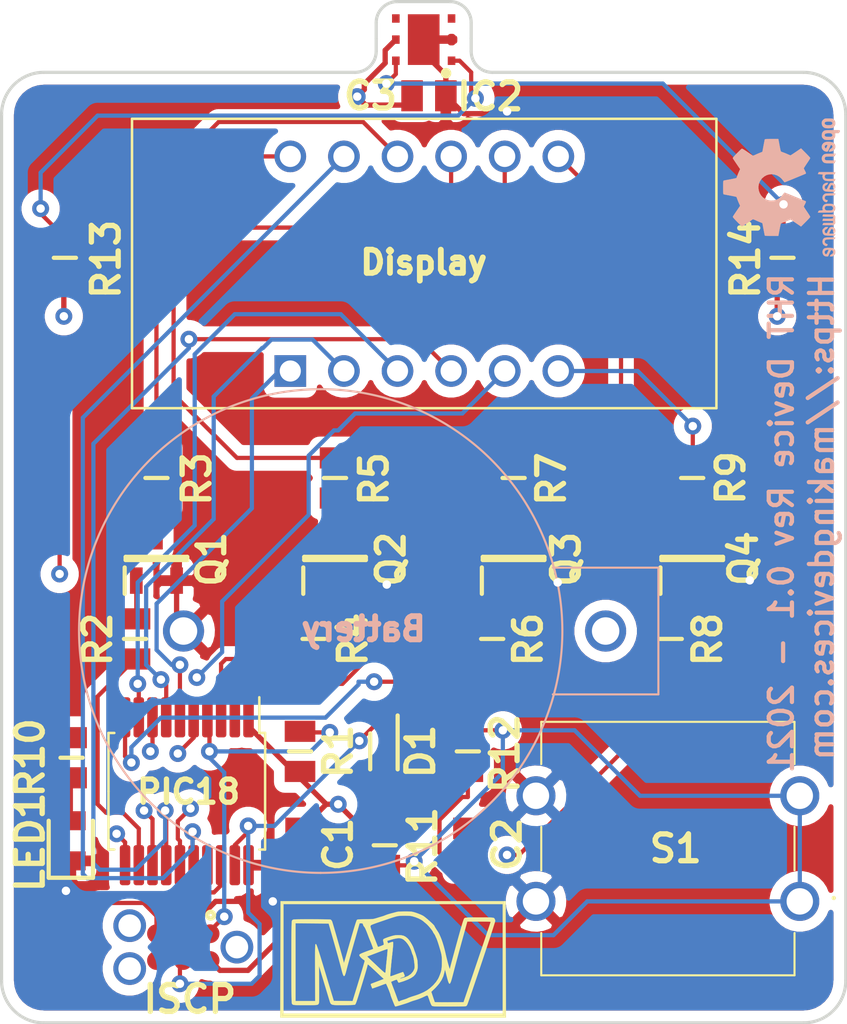
<source format=kicad_pcb>
(kicad_pcb (version 20171130) (host pcbnew "(5.1.10)-1")
  (layers (0 F.Cu signal hide) (1 In1.Cu power hide) (2 In2.Cu power hide) (31 B.Cu signal hide) (34 B.Paste user) (35 F.Paste user) (36 B.SilkS user) (37 F.SilkS user) (38 B.Mask user) (39 F.Mask user) (44 Edge.Cuts user))
  (net 0 "")
  (net 1 gnd)
  (net 2 +3V)
  (net 3 /B_1)
  (net 4 "Net-(IC1-Pad17)")
  (net 5 /D_a)
  (net 6 /D_b)
  (net 7 /D_c)
  (net 8 /C_1)
  (net 9 /C_2)
  (net 10 /C_3)
  (net 11 /C_4)
  (net 12 /D_dp)
  (net 13 /D_g)
  (net 14 /D_d)
  (net 15 /D_e)
  (net 16 /D_f)
  (net 17 "Net-(LED1-Pad2)")
  (net 18 "Net-(Q1-Pad3)")
  (net 19 "Net-(Q1-Pad1)")
  (net 20 "Net-(Q2-Pad3)")
  (net 21 "Net-(Q2-Pad1)")
  (net 22 "Net-(Q3-Pad3)")
  (net 23 "Net-(Q3-Pad1)")
  (net 24 "Net-(Q4-Pad3)")
  (net 25 "Net-(Q4-Pad1)")
  (net 26 /CC_1)
  (net 27 /CC_2)
  (net 28 /CC_3)
  (net 29 /CC_4)
  (net 30 "Net-(R11-Pad1)")
  (net 31 /MCLR)
  (net 32 "Net-(J1-Pad6)")
  (net 33 "Net-(C2-Pad1)")
  (net 34 "Net-(IC2-Pad4)")
  (net 35 "Net-(IC2-Pad3)")
  (net 36 /PGC)
  (net 37 /I2C_DATA)
  (net 38 /I2C_SCK)
  (module Symbol:OSHW-Logo2_7.3x6mm_SilkScreen (layer B.Cu) (at 137.7 33.7 270)
    (fp_text reference REF** hide)
    (fp_text value OSHW-Logo2_7.3x6mm_SilkScreen hide)
  )
  (module MDV:logo_MDV_3 (layer F.Cu) (at 119.29 70.23)
    (fp_text reference G*** hide)
    (fp_text value LOGO hide)
  )
  (module Library_Loader:CH0752032 (layer B.Cu) (at 129.37 54.7 90)
    (fp_text reference U2 hide)
    (fp_text value CH075-2032 hide)
    (pad 2 thru_hole circle (at 0 -20 90) (size 1.95 1.95) (drill 1.3) (layers *.Cu *.Mask) (net 1 gnd))
    (pad 1 thru_hole circle (at 0 0 90) (size 1.95 1.95) (drill 1.3) (layers *.Cu *.Mask) (net 2 +3V))
  )
  (module Library_Loader:B3F4050 (layer F.Cu) (at 132.32 65)
    (fp_text reference S1 (at 0.369 0) (layer F.SilkS) (effects (font (size 1.27 1.27) (thickness 0.254))))
    (fp_text value B3F-4050-SamacSys_Parts hide)
    (pad 4 thru_hole circle (at -6.25 -2.5) (size 1.85 1.85) (drill 1.25) (layers *.Cu *.Mask) (net 1 gnd))
    (pad 3 thru_hole circle (at 6.25 -2.5) (size 1.85 1.85) (drill 1.25) (layers *.Cu *.Mask) (net 30 "Net-(R11-Pad1)"))
    (pad 2 thru_hole circle (at -6.25 2.5) (size 1.85 1.85) (drill 1.25) (layers *.Cu *.Mask) (net 1 gnd))
    (pad 1 thru_hole circle (at 6.25 2.5) (size 1.85 1.85) (drill 1.25) (layers *.Cu *.Mask) (net 30 "Net-(R11-Pad1)"))
  )
  (module Library_Loader:RESC2012X75N (layer F.Cu) (at 137.75 37.03 90)
    (fp_text reference R14 (at -0.07 -1.75 90) (layer F.SilkS) (effects (font (size 1.27 1.27) (thickness 0.254))))
    (fp_text value 10k hide)
    (pad 2 smd rect (at 0.95 0 90) (size 1 1.45) (layers F.Cu F.Paste F.Mask) (net 38 /I2C_SCK))
    (pad 1 smd rect (at -0.95 0 90) (size 1 1.45) (layers F.Cu F.Paste F.Mask) (net 2 +3V))
  )
  (module Library_Loader:RESC2012X75N (layer F.Cu) (at 103.75 37.03 270)
    (fp_text reference R13 (at 0.07 -1.95 90) (layer F.SilkS) (effects (font (size 1.27 1.27) (thickness 0.254))))
    (fp_text value 10k hide)
    (pad 2 smd rect (at 0.95 0 270) (size 1 1.45) (layers F.Cu F.Paste F.Mask) (net 2 +3V))
    (pad 1 smd rect (at -0.95 0 270) (size 1 1.45) (layers F.Cu F.Paste F.Mask) (net 37 /I2C_DATA))
  )
  (module Library_Loader:RESC2012X75N (layer F.Cu) (at 122.842 60.398 270)
    (fp_text reference R12 (at 0.102 -1.758 90) (layer F.SilkS) (effects (font (size 1.27 1.27) (thickness 0.254))))
    (fp_text value 10k hide)
    (pad 2 smd rect (at 0.95 0 270) (size 1 1.45) (layers F.Cu F.Paste F.Mask) (net 33 "Net-(C2-Pad1)"))
    (pad 1 smd rect (at -0.95 0 270) (size 1 1.45) (layers F.Cu F.Paste F.Mask) (net 30 "Net-(R11-Pad1)"))
  )
  (module Library_Loader:RESC2012X75N (layer F.Cu) (at 118.906 64.843668 90)
    (fp_text reference R11 (at -0.056332 1.794 90) (layer F.SilkS) (effects (font (size 1.27 1.27) (thickness 0.254))))
    (fp_text value 10k hide)
    (pad 2 smd rect (at 0.95 0 90) (size 1 1.45) (layers F.Cu F.Paste F.Mask) (net 2 +3V))
    (pad 1 smd rect (at -0.95 0 90) (size 1 1.45) (layers F.Cu F.Paste F.Mask) (net 30 "Net-(R11-Pad1)"))
  )
  (module Library_Loader:RESC2012X75N (layer F.Cu) (at 104.066 60.699 270)
    (fp_text reference R10 (at 0.001 1.966 90) (layer F.SilkS) (effects (font (size 1.27 1.27) (thickness 0.254))))
    (fp_text value 220 hide)
    (pad 2 smd rect (at 0.95 0 270) (size 1 1.45) (layers F.Cu F.Paste F.Mask) (net 17 "Net-(LED1-Pad2)"))
    (pad 1 smd rect (at -0.95 0 270) (size 1 1.45) (layers F.Cu F.Paste F.Mask) (net 36 /PGC))
  )
  (module Library_Loader:RESC2012X75N (layer F.Cu) (at 133.472 47.454 90)
    (fp_text reference R9 (at 0 1.828 90) (layer F.SilkS) (effects (font (size 1.27 1.27) (thickness 0.254))))
    (fp_text value 100 hide)
    (pad 2 smd rect (at 0.95 0 90) (size 1 1.45) (layers F.Cu F.Paste F.Mask) (net 29 /CC_4))
    (pad 1 smd rect (at -0.95 0 90) (size 1 1.45) (layers F.Cu F.Paste F.Mask) (net 24 "Net-(Q4-Pad3)"))
  )
  (module Library_Loader:RESC2012X75N (layer F.Cu) (at 132.456 55.074 90)
    (fp_text reference R8 (at -0.026 1.744 90) (layer F.SilkS) (effects (font (size 1.27 1.27) (thickness 0.254))))
    (fp_text value 4k7 hide)
    (pad 2 smd rect (at 0.95 0 90) (size 1 1.45) (layers F.Cu F.Paste F.Mask) (net 25 "Net-(Q4-Pad1)"))
    (pad 1 smd rect (at -0.95 0 90) (size 1 1.45) (layers F.Cu F.Paste F.Mask) (net 11 /C_4))
  )
  (module Library_Loader:RESC2012X75N (layer F.Cu) (at 125.010666 47.454 90)
    (fp_text reference R7 (at -0.046 1.789334 90) (layer F.SilkS) (effects (font (size 1.27 1.27) (thickness 0.254))))
    (fp_text value 100 hide)
    (pad 2 smd rect (at 0.95 0 90) (size 1 1.45) (layers F.Cu F.Paste F.Mask) (net 28 /CC_3))
    (pad 1 smd rect (at -0.95 0 90) (size 1 1.45) (layers F.Cu F.Paste F.Mask) (net 22 "Net-(Q3-Pad3)"))
  )
  (module Library_Loader:RESC2012X75N (layer F.Cu) (at 123.994666 55.074 90)
    (fp_text reference R6 (at -0.026 1.705334 90) (layer F.SilkS) (effects (font (size 1.27 1.27) (thickness 0.254))))
    (fp_text value 4k7 hide)
    (pad 2 smd rect (at 0.95 0 90) (size 1 1.45) (layers F.Cu F.Paste F.Mask) (net 23 "Net-(Q3-Pad1)"))
    (pad 1 smd rect (at -0.95 0 90) (size 1 1.45) (layers F.Cu F.Paste F.Mask) (net 10 /C_3))
  )
  (module Library_Loader:RESC2012X75N (layer F.Cu) (at 116.549333 47.454 90)
    (fp_text reference R5 (at -0.046 1.850667 90) (layer F.SilkS) (effects (font (size 1.27 1.27) (thickness 0.254))))
    (fp_text value 100 hide)
    (pad 2 smd rect (at 0.95 0 90) (size 1 1.45) (layers F.Cu F.Paste F.Mask) (net 27 /CC_2))
    (pad 1 smd rect (at -0.95 0 90) (size 1 1.45) (layers F.Cu F.Paste F.Mask) (net 20 "Net-(Q2-Pad3)"))
  )
  (module Library_Loader:RESC2012X75N (layer F.Cu) (at 115.533333 55.074 90)
    (fp_text reference R4 (at -0.026 1.866667 90) (layer F.SilkS) (effects (font (size 1.27 1.27) (thickness 0.254))))
    (fp_text value 4k7 hide)
    (pad 2 smd rect (at 0.95 0 90) (size 1 1.45) (layers F.Cu F.Paste F.Mask) (net 21 "Net-(Q2-Pad1)"))
    (pad 1 smd rect (at -0.95 0 90) (size 1 1.45) (layers F.Cu F.Paste F.Mask) (net 9 /C_2))
  )
  (module Library_Loader:RESC2012X75N (layer F.Cu) (at 108.088 47.454 90)
    (fp_text reference R3 (at -0.046 1.912 90) (layer F.SilkS) (effects (font (size 1.27 1.27) (thickness 0.254))))
    (fp_text value 100 hide)
    (pad 2 smd rect (at 0.95 0 90) (size 1 1.45) (layers F.Cu F.Paste F.Mask) (net 26 /CC_1))
    (pad 1 smd rect (at -0.95 0 90) (size 1 1.45) (layers F.Cu F.Paste F.Mask) (net 18 "Net-(Q1-Pad3)"))
  )
  (module Library_Loader:RESC2012X75N (layer F.Cu) (at 107.072 55.074 90)
    (fp_text reference R2 (at -0.026 -1.772 90) (layer F.SilkS) (effects (font (size 1.27 1.27) (thickness 0.254))))
    (fp_text value 4k7 hide)
    (pad 2 smd rect (at 0.95 0 90) (size 1 1.45) (layers F.Cu F.Paste F.Mask) (net 19 "Net-(Q1-Pad1)"))
    (pad 1 smd rect (at -0.95 0 90) (size 1 1.45) (layers F.Cu F.Paste F.Mask) (net 8 /C_1))
  )
  (module Library_Loader:RESC2012X75N (layer F.Cu) (at 114.89 60.398 90)
    (fp_text reference R1 (at -0.002 1.81 90) (layer F.SilkS) (effects (font (size 1.27 1.27) (thickness 0.254))))
    (fp_text value 10k hide)
    (pad 2 smd rect (at 0.95 0 90) (size 1 1.45) (layers F.Cu F.Paste F.Mask) (net 31 /MCLR))
    (pad 1 smd rect (at -0.95 0 90) (size 1 1.45) (layers F.Cu F.Paste F.Mask) (net 2 +3V))
  )
  (module Library_Loader:SOT96P237X111-3N (layer F.Cu) (at 133.472 51.264 90)
    (fp_text reference Q4 (at 0 2.428 90) (layer F.SilkS) (effects (font (size 1.27 1.27) (thickness 0.254))))
    (fp_text value SMMBT5551LT1G hide)
    (pad 3 smd rect (at 1.05 0 180) (size 0.6 1.25) (layers F.Cu F.Paste F.Mask) (net 24 "Net-(Q4-Pad3)"))
    (pad 2 smd rect (at -1.05 0.955 180) (size 0.6 1.25) (layers F.Cu F.Paste F.Mask) (net 1 gnd))
    (pad 1 smd rect (at -1.05 -0.955 180) (size 0.6 1.25) (layers F.Cu F.Paste F.Mask) (net 25 "Net-(Q4-Pad1)"))
  )
  (module Library_Loader:SOT96P237X111-3N (layer F.Cu) (at 125.010666 51.264 90)
    (fp_text reference Q3 (at -0.036 2.489334 90) (layer F.SilkS) (effects (font (size 1.27 1.27) (thickness 0.254))))
    (fp_text value SMMBT5551LT1G hide)
    (pad 3 smd rect (at 1.05 0 180) (size 0.6 1.25) (layers F.Cu F.Paste F.Mask) (net 22 "Net-(Q3-Pad3)"))
    (pad 2 smd rect (at -1.05 0.955 180) (size 0.6 1.25) (layers F.Cu F.Paste F.Mask) (net 1 gnd))
    (pad 1 smd rect (at -1.05 -0.955 180) (size 0.6 1.25) (layers F.Cu F.Paste F.Mask) (net 23 "Net-(Q3-Pad1)"))
  )
  (module Library_Loader:SOT96P237X111-3N (layer F.Cu) (at 116.549333 51.264 90)
    (fp_text reference Q2 (at -0.036 2.650667 90) (layer F.SilkS) (effects (font (size 1.27 1.27) (thickness 0.254))))
    (fp_text value SMMBT5551LT1G hide)
    (pad 3 smd rect (at 1.05 0 180) (size 0.6 1.25) (layers F.Cu F.Paste F.Mask) (net 20 "Net-(Q2-Pad3)"))
    (pad 2 smd rect (at -1.05 0.955 180) (size 0.6 1.25) (layers F.Cu F.Paste F.Mask) (net 1 gnd))
    (pad 1 smd rect (at -1.05 -0.955 180) (size 0.6 1.25) (layers F.Cu F.Paste F.Mask) (net 21 "Net-(Q2-Pad1)"))
  )
  (module Library_Loader:SOT96P237X111-3N (layer F.Cu) (at 108.088 51.264 90)
    (fp_text reference Q1 (at -0.036 2.612 90) (layer F.SilkS) (effects (font (size 1.27 1.27) (thickness 0.254))))
    (fp_text value SMMBT5551LT1G hide)
    (pad 3 smd rect (at 1.05 0 180) (size 0.6 1.25) (layers F.Cu F.Paste F.Mask) (net 18 "Net-(Q1-Pad3)"))
    (pad 2 smd rect (at -1.05 0.955 180) (size 0.6 1.25) (layers F.Cu F.Paste F.Mask) (net 1 gnd))
    (pad 1 smd rect (at -1.05 -0.955 180) (size 0.6 1.25) (layers F.Cu F.Paste F.Mask) (net 19 "Net-(Q1-Pad1)"))
  )
  (module Library_Loader:LEDC2012X90N (layer F.Cu) (at 104.032 64.632 90)
    (fp_text reference LED1 (at -0.068 -1.932 90) (layer F.SilkS) (effects (font (size 1.27 1.27) (thickness 0.254))))
    (fp_text value LTST-C171GKT hide)
    (pad 2 smd rect (at 0.95 0 90) (size 0.9 1.4) (layers F.Cu F.Paste F.Mask) (net 17 "Net-(LED1-Pad2)"))
    (pad 1 smd rect (at -0.95 0 90) (size 0.9 1.4) (layers F.Cu F.Paste F.Mask) (net 1 gnd))
  )
  (module Library_Loader:TC2030-MCP-NL (layer F.Cu) (at 109.36 69.665 180)
    (fp_text reference ISCP (at -0.31 -2.465) (layer F.SilkS) (effects (font (size 1.27 1.27) (thickness 0.254))))
    (fp_text value TC2030-MCP-NL hide)
    (pad 9 thru_hole circle (at 2.54 1.016 180) (size 1.55 1.55) (drill 1.0668) (layers *.Cu *.Mask))
    (pad 8 thru_hole circle (at 2.54 -1.016 180) (size 1.55 1.55) (drill 1.0668) (layers *.Cu *.Mask))
    (pad 7 thru_hole circle (at -2.54 0 180) (size 1.55 1.55) (drill 1.0668) (layers *.Cu *.Mask))
    (pad 6 smd circle (at 1.27 -0.635 270) (size 0.889 0.889) (layers F.Cu F.Paste F.Mask) (net 32 "Net-(J1-Pad6)"))
    (pad 5 smd circle (at 1.27 0.635 270) (size 0.889 0.889) (layers F.Cu F.Paste F.Mask) (net 36 /PGC))
    (pad 4 smd circle (at 0 -0.635 270) (size 0.889 0.889) (layers F.Cu F.Paste F.Mask) (net 3 /B_1))
    (pad 3 smd circle (at 0 0.635 270) (size 0.889 0.889) (layers F.Cu F.Paste F.Mask) (net 1 gnd))
    (pad 2 smd circle (at -1.27 -0.635 270) (size 0.889 0.889) (layers F.Cu F.Paste F.Mask) (net 2 +3V))
    (pad 1 smd circle (at -1.27 0.635 270) (size 0.889 0.889) (layers F.Cu F.Paste F.Mask) (net 31 /MCLR))
  )
  (module Library_Loader:SON50P250X250X100-9N-D (layer F.Cu) (at 120.87 26.45 180)
    (fp_text reference IC2 (at -3.03 -2.95) (layer F.SilkS) (effects (font (size 1.27 1.27) (thickness 0.254))))
    (fp_text value HTU20D hide)
    (pad 7 smd rect (at 0.12 -0.25 180) (size 1.5 2.4) (layers F.Cu F.Paste F.Mask) (net 1 gnd))
    (pad 6 smd rect (at 1.44 -1.25 270) (size 0.4 0.36) (layers F.Cu F.Paste F.Mask) (net 38 /I2C_SCK))
    (pad 5 smd rect (at 1.44 -0.25 270) (size 0.4 0.36) (layers F.Cu F.Paste F.Mask) (net 2 +3V))
    (pad 4 smd rect (at 1.44 0.75 270) (size 0.4 0.36) (layers F.Cu F.Paste F.Mask) (net 34 "Net-(IC2-Pad4)"))
    (pad 3 smd rect (at -1.2 0.75 270) (size 0.4 0.36) (layers F.Cu F.Paste F.Mask) (net 35 "Net-(IC2-Pad3)"))
    (pad 2 smd rect (at -1.2 -0.25 270) (size 0.4 0.36) (layers F.Cu F.Paste F.Mask) (net 1 gnd))
    (pad 1 smd rect (at -1.2 -1.25 270) (size 0.4 0.36) (layers F.Cu F.Paste F.Mask) (net 37 /I2C_DATA))
  )
  (module Library_Loader:SOD2513X120N (layer F.Cu) (at 118.866 60.398 270)
    (fp_text reference D1 (at 0.002 -1.734 90) (layer F.SilkS) (effects (font (size 1.27 1.27) (thickness 0.254))))
    (fp_text value ZLLS410TA hide)
    (pad 2 smd rect (at 1.162 0) (size 0.5 1.075) (layers F.Cu F.Paste F.Mask) (net 33 "Net-(C2-Pad1)"))
    (pad 1 smd rect (at -1.162 0) (size 0.5 1.075) (layers F.Cu F.Paste F.Mask) (net 3 /B_1))
  )
  (module Library_Loader:CAPC2012X140N (layer F.Cu) (at 121 29.36 180)
    (fp_text reference C3 (at 2.77 0) (layer F.SilkS) (effects (font (size 1.27 1.27) (thickness 0.254))))
    (fp_text value 100nF hide)
    (pad 2 smd rect (at 0.8 0 180) (size 1.02 1.47) (layers F.Cu F.Paste F.Mask) (net 2 +3V))
    (pad 1 smd rect (at -0.8 0 180) (size 1.02 1.47) (layers F.Cu F.Paste F.Mask) (net 1 gnd))
  )
  (module Library_Loader:CAPC2012X140N (layer F.Cu) (at 122.882 64.843668 90)
    (fp_text reference C2 (at 0.043668 1.818 90) (layer F.SilkS) (effects (font (size 1.27 1.27) (thickness 0.254))))
    (fp_text value 100nF hide)
    (pad 2 smd rect (at 0.8 0 90) (size 1.02 1.47) (layers F.Cu F.Paste F.Mask) (net 1 gnd))
    (pad 1 smd rect (at -0.8 0 90) (size 1.02 1.47) (layers F.Cu F.Paste F.Mask) (net 33 "Net-(C2-Pad1)"))
  )
  (module Library_Loader:CAPC2012X140N (layer F.Cu) (at 114.93 64.843668 270)
    (fp_text reference C1 (at -0.043668 -1.77 90) (layer F.SilkS) (effects (font (size 1.27 1.27) (thickness 0.254))))
    (fp_text value 100nF hide)
    (pad 2 smd rect (at 0.8 0 270) (size 1.02 1.47) (layers F.Cu F.Paste F.Mask) (net 1 gnd))
    (pad 1 smd rect (at -0.8 0 270) (size 1.02 1.47) (layers F.Cu F.Paste F.Mask) (net 2 +3V))
  )
  (module Display_7Segment:CA56-12EWA (layer F.Cu) (at 114.43 42.39 90)
    (fp_text reference U1 hide)
    (fp_text value CC56-12EWA)
    (pad 12 thru_hole circle (at 10.16 0 90) (size 1.5 1.5) (drill 1) (layers *.Cu *.Mask) (net 26 /CC_1))
    (pad 11 thru_hole circle (at 10.16 2.54 90) (size 1.5 1.5) (drill 1) (layers *.Cu *.Mask) (net 5 /D_a))
    (pad 10 thru_hole circle (at 10.16 5.08 90) (size 1.5 1.5) (drill 1) (layers *.Cu *.Mask) (net 16 /D_f))
    (pad 9 thru_hole circle (at 10.16 7.62 90) (size 1.5 1.5) (drill 1) (layers *.Cu *.Mask) (net 27 /CC_2))
    (pad 8 thru_hole circle (at 10.16 10.16 90) (size 1.5 1.5) (drill 1) (layers *.Cu *.Mask) (net 28 /CC_3))
    (pad 7 thru_hole circle (at 10.16 12.7 90) (size 1.5 1.5) (drill 1) (layers *.Cu *.Mask) (net 6 /D_b))
    (pad 6 thru_hole circle (at 0 12.7 90) (size 1.5 1.5) (drill 1) (layers *.Cu *.Mask) (net 29 /CC_4))
    (pad 5 thru_hole circle (at 0 10.16 90) (size 1.5 1.5) (drill 1) (layers *.Cu *.Mask) (net 13 /D_g))
    (pad 4 thru_hole circle (at 0 7.62 90) (size 1.5 1.5) (drill 1) (layers *.Cu *.Mask) (net 7 /D_c))
    (pad 3 thru_hole circle (at 0 5.08 90) (size 1.5 1.5) (drill 1) (layers *.Cu *.Mask) (net 12 /D_dp))
    (pad 2 thru_hole circle (at 0 2.54 90) (size 1.5 1.5) (drill 1) (layers *.Cu *.Mask) (net 14 /D_d))
    (pad 1 thru_hole rect (at 0 0 90) (size 1.5 1.5) (drill 1) (layers *.Cu *.Mask) (net 15 /D_e))
  )
  (module Package_SO:SSOP-20_5.3x7.2mm_P0.65mm (layer F.Cu) (at 109.526 62.286 270)
    (fp_text reference IC1 hide)
    (fp_text value PIC18LF14K50-I_SO)
    (pad 20 smd roundrect (at 3.5 -2.925 270) (size 1.9 0.5) (layers F.Cu F.Paste F.Mask) (net 1 gnd))
    (pad 19 smd roundrect (at 3.5 -2.275 270) (size 1.9 0.5) (layers F.Cu F.Paste F.Mask) (net 3 /B_1))
    (pad 18 smd roundrect (at 3.5 -1.625 270) (size 1.9 0.5) (layers F.Cu F.Paste F.Mask) (net 36 /PGC))
    (pad 17 smd roundrect (at 3.5 -0.975 270) (size 1.9 0.5) (layers F.Cu F.Paste F.Mask) (net 4 "Net-(IC1-Pad17)"))
    (pad 16 smd roundrect (at 3.5 -0.325 270) (size 1.9 0.5) (layers F.Cu F.Paste F.Mask) (net 5 /D_a))
    (pad 15 smd roundrect (at 3.5 0.325 270) (size 1.9 0.5) (layers F.Cu F.Paste F.Mask) (net 6 /D_b))
    (pad 14 smd roundrect (at 3.5 0.975 270) (size 1.9 0.5) (layers F.Cu F.Paste F.Mask) (net 7 /D_c))
    (pad 13 smd roundrect (at 3.5 1.625 270) (size 1.9 0.5) (layers F.Cu F.Paste F.Mask) (net 37 /I2C_DATA))
    (pad 12 smd roundrect (at 3.5 2.275 270) (size 1.9 0.5) (layers F.Cu F.Paste F.Mask) (net 8 /C_1))
    (pad 11 smd roundrect (at 3.5 2.925 270) (size 1.9 0.5) (layers F.Cu F.Paste F.Mask) (net 38 /I2C_SCK))
    (pad 10 smd roundrect (at -3.5 2.925 270) (size 1.9 0.5) (layers F.Cu F.Paste F.Mask) (net 11 /C_4))
    (pad 9 smd roundrect (at -3.5 2.275 270) (size 1.9 0.5) (layers F.Cu F.Paste F.Mask) (net 12 /D_dp))
    (pad 8 smd roundrect (at -3.5 1.625 270) (size 1.9 0.5) (layers F.Cu F.Paste F.Mask) (net 13 /D_g))
    (pad 7 smd roundrect (at -3.5 0.975 270) (size 1.9 0.5) (layers F.Cu F.Paste F.Mask) (net 14 /D_d))
    (pad 6 smd roundrect (at -3.5 0.325 270) (size 1.9 0.5) (layers F.Cu F.Paste F.Mask) (net 15 /D_e))
    (pad 5 smd roundrect (at -3.5 -0.325 270) (size 1.9 0.5) (layers F.Cu F.Paste F.Mask) (net 16 /D_f))
    (pad 4 smd roundrect (at -3.5 -0.975 270) (size 1.9 0.5) (layers F.Cu F.Paste F.Mask) (net 31 /MCLR))
    (pad 3 smd roundrect (at -3.5 -1.625 270) (size 1.9 0.5) (layers F.Cu F.Paste F.Mask) (net 9 /C_2))
    (pad 2 smd roundrect (at -3.5 -2.275 270) (size 1.9 0.5) (layers F.Cu F.Paste F.Mask) (net 10 /C_3))
    (pad 1 smd roundrect (at -3.5 -2.925 270) (size 1.9 0.5) (layers F.Cu F.Paste F.Mask) (net 2 +3V))
  )
  (gr_line (start 123 25.9) (end 123 26.65) (layer Edge.Cuts) (width 0.15))
  (gr_line (start 123 27.25) (end 123 26.65) (layer Edge.Cuts) (width 0.15))
  (gr_line (start 118.5 27.25) (end 118.5 26.65) (layer Edge.Cuts) (width 0.15))
  (gr_arc (start 124 27.25) (end 123 27.25) (angle -90) (layer Edge.Cuts) (width 0.15))
  (gr_line (start 124 28.25) (end 138.75 28.25) (layer Edge.Cuts) (width 0.15))
  (gr_line (start 118.5 25.9) (end 118.5 26.65) (layer Edge.Cuts) (width 0.15))
  (gr_arc (start 117.5 27.25) (end 117.5 28.25) (angle -90) (layer Edge.Cuts) (width 0.15))
  (gr_arc (start 122 25.9) (end 123 25.9) (angle -90) (layer Edge.Cuts) (width 0.15))
  (gr_arc (start 119.5 25.9) (end 119.5 24.9) (angle -90) (layer Edge.Cuts) (width 0.15))
  (gr_line (start 119.5 24.9) (end 122 24.9) (layer Edge.Cuts) (width 0.15))
  (gr_text Battery (at 117.9 54.6) (layer B.SilkS) (effects (font (size 1.1 1.1) (thickness 0.3)) (justify mirror)))
  (gr_text "RHT Device Rev 0.1 - 2021" (at 137.7 49.6 90) (layer B.SilkS) (effects (font (size 1.1 1.1) (thickness 0.2)) (justify mirror)))
  (gr_text Https://makingdevices.com (at 139.6 49.3 90) (layer B.SilkS) (effects (font (size 1.1 1.1) (thickness 0.2)) (justify mirror)))
  (gr_text Display (at 120.75 37.25) (layer F.SilkS) (effects (font (size 1.1 1.1) (thickness 0.3))))
  (gr_text PIC18 (at 109.61 62.31) (layer F.SilkS) (effects (font (size 1.1 1.1) (thickness 0.25))))
  (gr_arc (start 138.75 71.25) (end 138.75 73.25) (angle -90) (layer Edge.Cuts) (width 0.15))
  (gr_arc (start 102.75 71.25) (end 100.75 71.25) (angle -90) (layer Edge.Cuts) (width 0.15))
  (gr_arc (start 102.75 30.25) (end 102.75 28.25) (angle -90) (layer Edge.Cuts) (width 0.15))
  (gr_arc (start 138.75 30.25) (end 140.75 30.25) (angle -90) (layer Edge.Cuts) (width 0.15))
  (gr_line (start 100.75 71.25) (end 100.75 30.25) (layer Edge.Cuts) (width 0.15))
  (gr_line (start 138.75 73.25) (end 102.75 73.25) (layer Edge.Cuts) (width 0.15))
  (gr_line (start 140.75 30.25) (end 140.75 71.25) (layer Edge.Cuts) (width 0.15))
  (gr_line (start 102.75 28.25) (end 117.5 28.25) (layer Edge.Cuts) (width 0.15))
  (segment (start 124.526332 64.043668) (end 126.07 62.5) (width 0.25) (layer F.Cu) (net 1))
  (segment (start 122.882 64.043668) (end 124.526332 64.043668) (width 0.25) (layer F.Cu) (net 1))
  (via (at 113.6 67.5) (size 0.8) (drill 0.4) (layers F.Cu B.Cu) (net 1))
  (segment (start 110.89 67.5) (end 113.6 67.5) (width 0.25) (layer F.Cu) (net 1))
  (segment (start 109.36 69.03) (end 110.89 67.5) (width 0.25) (layer F.Cu) (net 1))
  (segment (start 114.787668 65.786) (end 114.93 65.643668) (width 0.25) (layer F.Cu) (net 1))
  (segment (start 112.451 65.786) (end 114.787668 65.786) (width 0.25) (layer F.Cu) (net 1))
  (segment (start 113.6 67.5) (end 114.4 66.7) (width 0.25) (layer F.Cu) (net 1))
  (segment (start 114.4 66.7) (end 114.5 66.7) (width 0.25) (layer F.Cu) (net 1))
  (segment (start 114.93 66.27) (end 114.93 65.643668) (width 0.25) (layer F.Cu) (net 1))
  (segment (start 114.5 66.7) (end 114.93 66.27) (width 0.25) (layer F.Cu) (net 1))
  (via (at 103.8 67) (size 0.8) (drill 0.4) (layers F.Cu B.Cu) (net 1))
  (segment (start 103.8 65.814) (end 104.032 65.582) (width 0.25) (layer F.Cu) (net 1))
  (segment (start 103.8 67) (end 103.8 65.814) (width 0.25) (layer F.Cu) (net 1))
  (via (at 136.2 52.3) (size 0.8) (drill 0.4) (layers F.Cu B.Cu) (net 1))
  (segment (start 134.441 52.3) (end 134.427 52.314) (width 0.25) (layer F.Cu) (net 1))
  (segment (start 136.2 52.3) (end 134.441 52.3) (width 0.25) (layer F.Cu) (net 1))
  (via (at 127.1 52.4) (size 0.8) (drill 0.4) (layers F.Cu B.Cu) (net 1))
  (segment (start 126.051666 52.4) (end 125.965666 52.314) (width 0.25) (layer F.Cu) (net 1))
  (segment (start 127.1 52.4) (end 126.051666 52.4) (width 0.25) (layer F.Cu) (net 1))
  (via (at 119 52.5) (size 0.8) (drill 0.4) (layers F.Cu B.Cu) (net 1))
  (segment (start 117.690333 52.5) (end 117.504333 52.314) (width 0.25) (layer F.Cu) (net 1))
  (segment (start 119 52.5) (end 117.690333 52.5) (width 0.25) (layer F.Cu) (net 1))
  (segment (start 109.043 54.373) (end 109.37 54.7) (width 0.25) (layer F.Cu) (net 1))
  (segment (start 109.043 52.314) (end 109.043 54.373) (width 0.25) (layer F.Cu) (net 1))
  (segment (start 122.07 26.7) (end 120.75 26.7) (width 0.25) (layer F.Cu) (net 1))
  (segment (start 120.75 27.555) (end 120.75 26.7) (width 0.25) (layer F.Cu) (net 1))
  (segment (start 120.75 27.325) (end 120.75 26.7) (width 0.25) (layer F.Cu) (net 1))
  (segment (start 121.8 28.375) (end 120.75 27.325) (width 0.25) (layer F.Cu) (net 1))
  (segment (start 121.8 29.36) (end 121.8 28.375) (width 0.25) (layer F.Cu) (net 1))
  (segment (start 124.59417 30.20583) (end 124.7 30.1) (width 0.25) (layer F.Cu) (net 1))
  (via (at 124.7 30.1) (size 0.8) (drill 0.4) (layers F.Cu B.Cu) (net 1))
  (segment (start 122.64583 30.20583) (end 124.59417 30.20583) (width 0.25) (layer F.Cu) (net 1))
  (segment (start 121.8 29.36) (end 122.64583 30.20583) (width 0.25) (layer F.Cu) (net 1))
  (via (at 116.7 62.9) (size 0.8) (drill 0.4) (layers F.Cu B.Cu) (net 2))
  (segment (start 112.451 59.216685) (end 112.451 58.786) (width 0.25) (layer F.Cu) (net 2))
  (segment (start 116.7 62.9) (end 116.134315 62.9) (width 0.25) (layer F.Cu) (net 2))
  (segment (start 114.990647 64.043668) (end 116.134315 62.9) (width 0.25) (layer F.Cu) (net 2))
  (segment (start 114.93 64.043668) (end 114.990647 64.043668) (width 0.25) (layer F.Cu) (net 2))
  (segment (start 117.693668 63.893668) (end 116.7 62.9) (width 0.25) (layer F.Cu) (net 2))
  (segment (start 118.906 63.893668) (end 117.693668 63.893668) (width 0.25) (layer F.Cu) (net 2))
  (segment (start 112.428001 70.765001) (end 117.1 66.093002) (width 0.25) (layer F.Cu) (net 2))
  (segment (start 111.095001 70.765001) (end 112.428001 70.765001) (width 0.25) (layer F.Cu) (net 2))
  (segment (start 110.63 70.3) (end 111.095001 70.765001) (width 0.25) (layer F.Cu) (net 2))
  (segment (start 117.1 64.487336) (end 117.693668 63.893668) (width 0.25) (layer F.Cu) (net 2))
  (segment (start 117.1 66.093002) (end 117.1 64.487336) (width 0.25) (layer F.Cu) (net 2))
  (via (at 137.5 39.8) (size 0.8) (drill 0.4) (layers F.Cu B.Cu) (net 2))
  (segment (start 137.5 38.23) (end 137.75 37.98) (width 0.25) (layer F.Cu) (net 2))
  (segment (start 137.5 39.8) (end 137.5 38.23) (width 0.25) (layer F.Cu) (net 2))
  (via (at 103.7 39.8) (size 0.8) (drill 0.4) (layers F.Cu B.Cu) (net 2))
  (segment (start 103.7 38.03) (end 103.75 37.98) (width 0.25) (layer F.Cu) (net 2))
  (segment (start 103.7 39.8) (end 103.7 38.03) (width 0.25) (layer F.Cu) (net 2))
  (via (at 117.6 29.4) (size 0.8) (drill 0.4) (layers F.Cu B.Cu) (net 2))
  (segment (start 118.924999 27.811353) (end 117.936352 28.8) (width 0.25) (layer F.Cu) (net 2))
  (segment (start 118.924999 27.205001) (end 118.924999 27.811353) (width 0.25) (layer F.Cu) (net 2))
  (segment (start 119.43 26.7) (end 118.924999 27.205001) (width 0.25) (layer F.Cu) (net 2))
  (segment (start 117.936352 29.063648) (end 117.6 29.4) (width 0.25) (layer F.Cu) (net 2))
  (segment (start 117.936352 28.8) (end 117.936352 29.063648) (width 0.25) (layer F.Cu) (net 2))
  (segment (start 119.760001 29.799999) (end 120.2 29.36) (width 0.25) (layer F.Cu) (net 2))
  (segment (start 117.999999 29.799999) (end 119.760001 29.799999) (width 0.25) (layer F.Cu) (net 2))
  (segment (start 117.6 29.4) (end 117.999999 29.799999) (width 0.25) (layer F.Cu) (net 2))
  (segment (start 114.852 61.348) (end 114.717158 61.482842) (width 0.25) (layer F.Cu) (net 2))
  (segment (start 114.89 61.348) (end 114.852 61.348) (width 0.25) (layer F.Cu) (net 2))
  (segment (start 114.717158 61.482842) (end 112.451 59.216685) (width 0.25) (layer F.Cu) (net 2))
  (segment (start 116.134315 62.9) (end 114.717158 61.482842) (width 0.25) (layer F.Cu) (net 2))
  (segment (start 112.43461 64.20239) (end 112.43461 63.926954) (width 0.2) (layer F.Cu) (net 3))
  (segment (start 111.801 64.836) (end 112.43461 64.20239) (width 0.2) (layer F.Cu) (net 3))
  (via (at 112.43461 63.926954) (size 0.8) (drill 0.4) (layers F.Cu B.Cu) (net 3))
  (segment (start 111.801 65.786) (end 111.801 64.836) (width 0.2) (layer F.Cu) (net 3))
  (segment (start 112.43461 63.926954) (end 112.43461 68.03461) (width 0.2) (layer B.Cu) (net 3))
  (segment (start 112.975001 68.575001) (end 112.975001 71.024999) (width 0.2) (layer B.Cu) (net 3))
  (segment (start 112.43461 68.03461) (end 112.975001 68.575001) (width 0.2) (layer B.Cu) (net 3))
  (via (at 109.2 71.4) (size 0.8) (drill 0.4) (layers F.Cu B.Cu) (net 3))
  (segment (start 112.6 71.4) (end 109.2 71.4) (width 0.2) (layer B.Cu) (net 3))
  (segment (start 112.975001 71.024999) (end 112.6 71.4) (width 0.2) (layer B.Cu) (net 3))
  (segment (start 109.2 70.46) (end 109.36 70.3) (width 0.2) (layer F.Cu) (net 3))
  (segment (start 109.2 71.4) (end 109.2 70.46) (width 0.2) (layer F.Cu) (net 3))
  (via (at 117.7 59.9) (size 0.8) (drill 0.4) (layers F.Cu B.Cu) (net 3))
  (segment (start 118.364 59.236) (end 117.7 59.9) (width 0.2) (layer F.Cu) (net 3))
  (segment (start 118.866 59.236) (end 118.364 59.236) (width 0.2) (layer F.Cu) (net 3))
  (segment (start 113.673046 63.926954) (end 112.43461 63.926954) (width 0.2) (layer B.Cu) (net 3))
  (segment (start 117.7 59.9) (end 113.673046 63.926954) (width 0.2) (layer B.Cu) (net 3))
  (segment (start 116.97 32.23) (end 104.6 44.6) (width 0.2) (layer B.Cu) (net 5))
  (segment (start 104.6 44.6) (end 104.6 66.2) (width 0.2) (layer B.Cu) (net 5))
  (segment (start 104.80001 66.40001) (end 108.39999 66.40001) (width 0.2) (layer B.Cu) (net 5))
  (segment (start 104.6 66.2) (end 104.80001 66.40001) (width 0.2) (layer B.Cu) (net 5))
  (via (at 109.8 64.2) (size 0.8) (drill 0.4) (layers F.Cu B.Cu) (net 5))
  (segment (start 109.8 65) (end 109.8 64.2) (width 0.2) (layer B.Cu) (net 5))
  (segment (start 108.39999 66.40001) (end 109.8 65) (width 0.2) (layer B.Cu) (net 5))
  (segment (start 109.8 65.735) (end 109.851 65.786) (width 0.2) (layer F.Cu) (net 5))
  (segment (start 109.8 64.2) (end 109.8 65.735) (width 0.2) (layer F.Cu) (net 5))
  (via (at 109.7 63.1) (size 0.8) (drill 0.4) (layers F.Cu B.Cu) (net 6))
  (segment (start 109.099999 63.700001) (end 109.7 63.1) (width 0.2) (layer F.Cu) (net 6))
  (segment (start 109.099999 64.536001) (end 109.099999 63.700001) (width 0.2) (layer F.Cu) (net 6))
  (segment (start 109.201 64.637002) (end 109.099999 64.536001) (width 0.2) (layer F.Cu) (net 6))
  (segment (start 109.201 65.786) (end 109.201 64.637002) (width 0.2) (layer F.Cu) (net 6))
  (via (at 124.7 65.3) (size 0.8) (drill 0.4) (layers F.Cu B.Cu) (net 6))
  (segment (start 125.265685 65.3) (end 137.1 53.465685) (width 0.2) (layer F.Cu) (net 6))
  (segment (start 124.7 65.3) (end 125.265685 65.3) (width 0.2) (layer F.Cu) (net 6))
  (segment (start 137.1 53.465685) (end 137.1 46.4) (width 0.2) (layer F.Cu) (net 6))
  (segment (start 137.1 46.4) (end 130.5 39.8) (width 0.2) (layer F.Cu) (net 6))
  (segment (start 130.500008 35.600008) (end 127.13 32.23) (width 0.2) (layer F.Cu) (net 6))
  (segment (start 130.500008 39.799992) (end 130.500008 35.600008) (width 0.2) (layer F.Cu) (net 6))
  (segment (start 130.5 39.8) (end 130.500008 39.799992) (width 0.2) (layer F.Cu) (net 6))
  (via (at 109.626385 40.883665) (size 0.8) (drill 0.4) (layers F.Cu B.Cu) (net 7))
  (segment (start 120.543665 40.883665) (end 109.626385 40.883665) (width 0.2) (layer F.Cu) (net 7))
  (segment (start 122.05 42.39) (end 120.543665 40.883665) (width 0.2) (layer F.Cu) (net 7))
  (segment (start 109.626385 41.307916) (end 105.1 45.834301) (width 0.2) (layer B.Cu) (net 7))
  (segment (start 109.626385 40.883665) (end 109.626385 41.307916) (width 0.2) (layer B.Cu) (net 7))
  (segment (start 105.1 45.834301) (end 105.1 65.4) (width 0.2) (layer B.Cu) (net 7))
  (segment (start 105.1 65.4) (end 105.1 65.7) (width 0.2) (layer B.Cu) (net 7))
  (segment (start 105.1 65.7) (end 105.4 66) (width 0.2) (layer B.Cu) (net 7))
  (segment (start 105.4 66) (end 107.1 66) (width 0.2) (layer B.Cu) (net 7))
  (via (at 108.5 63.2) (size 0.8) (drill 0.4) (layers F.Cu B.Cu) (net 7))
  (segment (start 108.5 64.6) (end 108.5 63.2) (width 0.2) (layer B.Cu) (net 7))
  (segment (start 107.1 66) (end 108.5 64.6) (width 0.2) (layer B.Cu) (net 7))
  (segment (start 108.551 63.451) (end 108.551 65.786) (width 0.2) (layer F.Cu) (net 7))
  (segment (start 108.5 63.4) (end 108.551 63.451) (width 0.2) (layer F.Cu) (net 7))
  (segment (start 108.5 63.2) (end 108.5 63.4) (width 0.2) (layer F.Cu) (net 7))
  (segment (start 107.251 65.786) (end 107.251 64.051) (width 0.2) (layer F.Cu) (net 8))
  (segment (start 107.251 64.051) (end 106.5 63.3) (width 0.2) (layer F.Cu) (net 8))
  (segment (start 106.5 63.3) (end 105.7 63.3) (width 0.2) (layer F.Cu) (net 8))
  (segment (start 105.7 63.3) (end 105.3 62.9) (width 0.2) (layer F.Cu) (net 8))
  (segment (start 105.3 57.796) (end 107.072 56.024) (width 0.2) (layer F.Cu) (net 8))
  (segment (start 105.3 62.9) (end 105.3 57.796) (width 0.2) (layer F.Cu) (net 8))
  (segment (start 115.533333 56.024) (end 111.376 56.024) (width 0.2) (layer F.Cu) (net 9))
  (segment (start 111.151 56.249) (end 111.151 58.786) (width 0.2) (layer F.Cu) (net 9))
  (segment (start 111.376 56.024) (end 111.151 56.249) (width 0.2) (layer F.Cu) (net 9))
  (segment (start 112.437 57.2) (end 111.801 57.836) (width 0.2) (layer F.Cu) (net 10))
  (segment (start 111.801 57.836) (end 111.801 58.786) (width 0.2) (layer F.Cu) (net 10))
  (segment (start 116.9 57.2) (end 112.437 57.2) (width 0.2) (layer F.Cu) (net 10))
  (segment (start 118.076 56.024) (end 116.9 57.2) (width 0.2) (layer F.Cu) (net 10))
  (segment (start 123.994666 56.024) (end 118.076 56.024) (width 0.2) (layer F.Cu) (net 10))
  (segment (start 132.456 56.024) (end 131.38 57.1) (width 0.2) (layer F.Cu) (net 11))
  (via (at 118.4 57.1) (size 0.8) (drill 0.4) (layers F.Cu B.Cu) (net 11))
  (segment (start 131.38 57.1) (end 118.4 57.1) (width 0.2) (layer F.Cu) (net 11))
  (segment (start 118.4 57.1) (end 117.663998 57.1) (width 0.2) (layer B.Cu) (net 11))
  (segment (start 117.663998 57.1) (end 117.663998 57.236002) (width 0.2) (layer B.Cu) (net 11))
  (segment (start 117.663998 57.236002) (end 116.1 58.8) (width 0.2) (layer B.Cu) (net 11))
  (segment (start 116.1 58.8) (end 108.7 58.8) (width 0.2) (layer B.Cu) (net 11))
  (segment (start 108.7 58.8) (end 108.3 58.8) (width 0.2) (layer B.Cu) (net 11))
  (via (at 106.9 60.928547) (size 0.8) (drill 0.4) (layers F.Cu B.Cu) (net 11))
  (segment (start 106.9 60.2) (end 106.9 60.928547) (width 0.2) (layer B.Cu) (net 11))
  (segment (start 108.3 58.8) (end 106.9 60.2) (width 0.2) (layer B.Cu) (net 11))
  (segment (start 106.601 60.629547) (end 106.601 58.786) (width 0.2) (layer F.Cu) (net 11))
  (segment (start 106.9 60.928547) (end 106.601 60.629547) (width 0.2) (layer F.Cu) (net 11))
  (via (at 107.2 57.2) (size 0.8) (drill 0.4) (layers F.Cu B.Cu) (net 12))
  (segment (start 107.251 57.251) (end 107.2 57.2) (width 0.2) (layer F.Cu) (net 12))
  (segment (start 107.251 58.786) (end 107.251 57.251) (width 0.2) (layer F.Cu) (net 12))
  (segment (start 107.2 57.2) (end 107.2 52.4) (width 0.2) (layer B.Cu) (net 12))
  (segment (start 107.2 52.4) (end 109.9 49.7) (width 0.2) (layer B.Cu) (net 12))
  (segment (start 109.9 49.7) (end 109.9 41.6) (width 0.2) (layer B.Cu) (net 12))
  (segment (start 109.9 41.6) (end 111.8 39.7) (width 0.2) (layer B.Cu) (net 12))
  (segment (start 116.82 39.7) (end 119.51 42.39) (width 0.2) (layer B.Cu) (net 12))
  (segment (start 111.8 39.7) (end 116.82 39.7) (width 0.2) (layer B.Cu) (net 12))
  (segment (start 124.59 42.39) (end 122.58 44.4) (width 0.2) (layer B.Cu) (net 13))
  (segment (start 117.5 44.4) (end 116.7 45.2) (width 0.2) (layer B.Cu) (net 13))
  (segment (start 122.58 44.4) (end 117.5 44.4) (width 0.2) (layer B.Cu) (net 13))
  (segment (start 116.5 45.2) (end 115.3 46.4) (width 0.2) (layer B.Cu) (net 13))
  (segment (start 116.7 45.2) (end 116.5 45.2) (width 0.2) (layer B.Cu) (net 13))
  (segment (start 115.3 46.4) (end 115.3 49.2) (width 0.2) (layer B.Cu) (net 13))
  (segment (start 115.3 49.2) (end 111.2 53.3) (width 0.2) (layer B.Cu) (net 13))
  (segment (start 111.2 53.3) (end 111.2 53.6) (width 0.2) (layer B.Cu) (net 13))
  (via (at 110 56.9) (size 0.8) (drill 0.4) (layers F.Cu B.Cu) (net 13))
  (segment (start 111.2 55.7) (end 110 56.9) (width 0.2) (layer B.Cu) (net 13))
  (segment (start 111.2 53.6) (end 111.2 55.7) (width 0.2) (layer B.Cu) (net 13))
  (via (at 107.8 60.4) (size 0.8) (drill 0.4) (layers F.Cu B.Cu) (net 13))
  (segment (start 107.901 60.299) (end 107.901 58.786) (width 0.2) (layer F.Cu) (net 13))
  (segment (start 107.8 60.4) (end 107.901 60.299) (width 0.2) (layer F.Cu) (net 13))
  (segment (start 116.97 42.39) (end 115.48 40.9) (width 0.2) (layer B.Cu) (net 14))
  (segment (start 113.534301 40.9) (end 113.134301 41.3) (width 0.2) (layer B.Cu) (net 14))
  (segment (start 115.48 40.9) (end 113.534301 40.9) (width 0.2) (layer B.Cu) (net 14))
  (segment (start 113.134301 41.3) (end 113.1 41.3) (width 0.2) (layer B.Cu) (net 14))
  (segment (start 113.1 41.3) (end 110.8 43.6) (width 0.2) (layer B.Cu) (net 14))
  (segment (start 110.8 49.4) (end 107.6 52.6) (width 0.2) (layer B.Cu) (net 14))
  (segment (start 110.8 43.6) (end 110.8 49.4) (width 0.2) (layer B.Cu) (net 14))
  (via (at 108.3 57) (size 0.8) (drill 0.4) (layers F.Cu B.Cu) (net 14))
  (segment (start 107.6 56.3) (end 108.3 57) (width 0.2) (layer B.Cu) (net 14))
  (segment (start 107.6 52.6) (end 107.6 56.3) (width 0.2) (layer B.Cu) (net 14))
  (segment (start 108.551 57.251) (end 108.551 58.786) (width 0.2) (layer F.Cu) (net 14))
  (segment (start 108.3 57) (end 108.551 57.251) (width 0.2) (layer F.Cu) (net 14))
  (segment (start 108.094999 53.405001) (end 108.094999 55.594999) (width 0.2) (layer B.Cu) (net 15))
  (segment (start 112.61 48.89) (end 108.094999 53.405001) (width 0.2) (layer B.Cu) (net 15))
  (via (at 109.2 56.3) (size 0.8) (drill 0.4) (layers F.Cu B.Cu) (net 15))
  (segment (start 108.8 56.3) (end 109.2 56.3) (width 0.2) (layer B.Cu) (net 15))
  (segment (start 108.094999 55.594999) (end 108.8 56.3) (width 0.2) (layer B.Cu) (net 15))
  (segment (start 109.2 58.785) (end 109.201 58.786) (width 0.2) (layer F.Cu) (net 15))
  (segment (start 109.2 56.3) (end 109.2 58.785) (width 0.2) (layer F.Cu) (net 15))
  (segment (start 114.43 42.39) (end 113.91 42.39) (width 0.2) (layer B.Cu) (net 15))
  (segment (start 112.61 43.69) (end 112.61 48.89) (width 0.2) (layer B.Cu) (net 15))
  (segment (start 113.91 42.39) (end 112.61 43.69) (width 0.2) (layer B.Cu) (net 15))
  (via (at 109.1 60.5) (size 0.8) (drill 0.4) (layers F.Cu B.Cu) (net 16))
  (segment (start 109.851 59.749) (end 109.1 60.5) (width 0.2) (layer F.Cu) (net 16))
  (segment (start 109.851 58.786) (end 109.851 59.749) (width 0.2) (layer F.Cu) (net 16))
  (via (at 103.5 52) (size 0.8) (drill 0.4) (layers F.Cu B.Cu) (net 16))
  (segment (start 103.5 52) (end 103.5 43.7) (width 0.2) (layer F.Cu) (net 16))
  (segment (start 103.5 43.7) (end 106.8 40.4) (width 0.2) (layer F.Cu) (net 16))
  (segment (start 106.8 34.834302) (end 111.034302 30.6) (width 0.2) (layer F.Cu) (net 16))
  (segment (start 106.8 40.4) (end 106.8 34.834302) (width 0.2) (layer F.Cu) (net 16))
  (segment (start 117.88 30.6) (end 119.51 32.23) (width 0.2) (layer F.Cu) (net 16))
  (segment (start 111.034302 30.6) (end 117.88 30.6) (width 0.2) (layer F.Cu) (net 16))
  (segment (start 104.032 61.683) (end 104.066 61.649) (width 0.2) (layer F.Cu) (net 17))
  (segment (start 104.032 63.682) (end 104.032 61.683) (width 0.2) (layer F.Cu) (net 17))
  (segment (start 108.088 50.214) (end 108.088 48.404) (width 0.2) (layer F.Cu) (net 18))
  (segment (start 107.133 54.063) (end 107.072 54.124) (width 0.2) (layer F.Cu) (net 19))
  (segment (start 107.133 52.314) (end 107.133 54.063) (width 0.2) (layer F.Cu) (net 19))
  (segment (start 116.549333 50.214) (end 116.549333 48.404) (width 0.2) (layer F.Cu) (net 20))
  (segment (start 115.594333 54.063) (end 115.533333 54.124) (width 0.2) (layer F.Cu) (net 21))
  (segment (start 115.594333 52.314) (end 115.594333 54.063) (width 0.2) (layer F.Cu) (net 21))
  (segment (start 125.010666 50.214) (end 125.010666 48.404) (width 0.2) (layer F.Cu) (net 22))
  (segment (start 124.055666 54.063) (end 123.994666 54.124) (width 0.2) (layer F.Cu) (net 23))
  (segment (start 124.055666 52.314) (end 124.055666 54.063) (width 0.2) (layer F.Cu) (net 23))
  (segment (start 133.472 50.214) (end 133.472 48.404) (width 0.2) (layer F.Cu) (net 24))
  (segment (start 132.517 54.063) (end 132.456 54.124) (width 0.2) (layer F.Cu) (net 25))
  (segment (start 132.517 52.314) (end 132.517 54.063) (width 0.2) (layer F.Cu) (net 25))
  (segment (start 108.088 46.504) (end 108.088 34.112) (width 0.2) (layer F.Cu) (net 26))
  (segment (start 109.97 32.23) (end 114.43 32.23) (width 0.2) (layer F.Cu) (net 26))
  (segment (start 108.088 34.112) (end 109.97 32.23) (width 0.2) (layer F.Cu) (net 26))
  (segment (start 122.05 32.23) (end 122.05 34.65) (width 0.2) (layer F.Cu) (net 27))
  (segment (start 122.05 34.65) (end 121.1 35.6) (width 0.2) (layer F.Cu) (net 27))
  (segment (start 110.8 35.6) (end 108.9 37.5) (width 0.2) (layer F.Cu) (net 27))
  (segment (start 121.1 35.6) (end 110.8 35.6) (width 0.2) (layer F.Cu) (net 27))
  (segment (start 108.9 37.5) (end 108.9 43.5) (width 0.2) (layer F.Cu) (net 27))
  (segment (start 111.904 46.504) (end 116.549333 46.504) (width 0.2) (layer F.Cu) (net 27))
  (segment (start 108.9 43.5) (end 111.904 46.504) (width 0.2) (layer F.Cu) (net 27))
  (segment (start 125.010666 46.504) (end 127.896 46.504) (width 0.2) (layer F.Cu) (net 28))
  (segment (start 127.896 46.504) (end 130.1 44.3) (width 0.2) (layer F.Cu) (net 28))
  (segment (start 130.1 44.3) (end 130.1 37.1) (width 0.2) (layer F.Cu) (net 28))
  (segment (start 130.1 37.1) (end 128.5 35.5) (width 0.2) (layer F.Cu) (net 28))
  (segment (start 128.5 35.5) (end 125.8 35.5) (width 0.2) (layer F.Cu) (net 28))
  (segment (start 124.59 34.29) (end 124.59 32.23) (width 0.2) (layer F.Cu) (net 28))
  (segment (start 125.8 35.5) (end 124.59 34.29) (width 0.2) (layer F.Cu) (net 28))
  (segment (start 127.13 42.39) (end 130.89 42.39) (width 0.2) (layer B.Cu) (net 29))
  (via (at 133.5 45) (size 0.8) (drill 0.4) (layers F.Cu B.Cu) (net 29))
  (segment (start 130.89 42.39) (end 133.5 45) (width 0.2) (layer B.Cu) (net 29))
  (segment (start 133.5 46.476) (end 133.472 46.504) (width 0.2) (layer F.Cu) (net 29))
  (segment (start 133.5 45) (end 133.5 46.476) (width 0.2) (layer F.Cu) (net 29))
  (via (at 120.3 65.6) (size 0.8) (drill 0.4) (layers F.Cu B.Cu) (net 30))
  (segment (start 120.106332 65.793668) (end 120.3 65.6) (width 0.2) (layer F.Cu) (net 30))
  (segment (start 118.906 65.793668) (end 120.106332 65.793668) (width 0.2) (layer F.Cu) (net 30))
  (segment (start 120.3 65.6) (end 124.5 61.4) (width 0.2) (layer B.Cu) (net 30))
  (via (at 124.5 59.4) (size 0.8) (drill 0.4) (layers F.Cu B.Cu) (net 30))
  (segment (start 124.5 61.4) (end 124.5 59.4) (width 0.2) (layer B.Cu) (net 30))
  (segment (start 122.89 59.4) (end 122.842 59.448) (width 0.2) (layer F.Cu) (net 30))
  (segment (start 124.5 59.4) (end 122.89 59.4) (width 0.2) (layer F.Cu) (net 30))
  (segment (start 138.57 62.5) (end 131 62.5) (width 0.2) (layer B.Cu) (net 30))
  (segment (start 127.9 59.4) (end 124.5 59.4) (width 0.2) (layer B.Cu) (net 30))
  (segment (start 131 62.5) (end 127.9 59.4) (width 0.2) (layer B.Cu) (net 30))
  (segment (start 138.57 67.5) (end 128.5 67.5) (width 0.2) (layer B.Cu) (net 30))
  (segment (start 128.5 67.5) (end 126.9 69.1) (width 0.2) (layer B.Cu) (net 30))
  (segment (start 123.8 69.1) (end 120.3 65.6) (width 0.2) (layer B.Cu) (net 30))
  (segment (start 126.9 69.1) (end 123.8 69.1) (width 0.2) (layer B.Cu) (net 30))
  (segment (start 138.57 67.5) (end 138.57 62.5) (width 0.2) (layer B.Cu) (net 30))
  (via (at 111.3 68.225) (size 0.8) (drill 0.4) (layers F.Cu B.Cu) (net 31))
  (segment (start 110.63 68.895) (end 111.3 68.225) (width 0.2) (layer F.Cu) (net 31))
  (segment (start 110.63 69.03) (end 110.63 68.895) (width 0.2) (layer F.Cu) (net 31))
  (segment (start 111.3 68.225) (end 111.3 61.4) (width 0.2) (layer B.Cu) (net 31))
  (via (at 110.6 60.4) (size 0.8) (drill 0.4) (layers F.Cu B.Cu) (net 31))
  (segment (start 110.6 60.7) (end 110.6 60.4) (width 0.2) (layer B.Cu) (net 31))
  (segment (start 111.3 61.4) (end 110.6 60.7) (width 0.2) (layer B.Cu) (net 31))
  (segment (start 110.6 58.885) (end 110.501 58.786) (width 0.2) (layer F.Cu) (net 31))
  (segment (start 110.6 60.4) (end 110.6 58.885) (width 0.2) (layer F.Cu) (net 31))
  (via (at 116.3 59.5) (size 0.8) (drill 0.4) (layers F.Cu B.Cu) (net 31))
  (segment (start 115.4 60.4) (end 116.3 59.5) (width 0.2) (layer B.Cu) (net 31))
  (segment (start 110.6 60.4) (end 115.4 60.4) (width 0.2) (layer B.Cu) (net 31))
  (segment (start 114.942 59.5) (end 114.89 59.448) (width 0.2) (layer F.Cu) (net 31))
  (segment (start 116.3 59.5) (end 114.942 59.5) (width 0.2) (layer F.Cu) (net 31))
  (segment (start 122.63 61.56) (end 122.842 61.348) (width 0.2) (layer F.Cu) (net 33))
  (segment (start 118.866 61.56) (end 122.63 61.56) (width 0.2) (layer F.Cu) (net 33))
  (segment (start 122.842 61.348) (end 122.842 62.558) (width 0.2) (layer F.Cu) (net 33))
  (segment (start 122.582666 62.558) (end 121.5 63.640666) (width 0.2) (layer F.Cu) (net 33))
  (segment (start 122.842 62.558) (end 122.582666 62.558) (width 0.2) (layer F.Cu) (net 33))
  (segment (start 121.947 65.643668) (end 122.882 65.643668) (width 0.2) (layer F.Cu) (net 33))
  (segment (start 121.5 65.196668) (end 121.947 65.643668) (width 0.2) (layer F.Cu) (net 33))
  (segment (start 121.5 63.640666) (end 121.5 65.196668) (width 0.2) (layer F.Cu) (net 33))
  (segment (start 110.04501 67.07499) (end 108.09 69.03) (width 0.2) (layer F.Cu) (net 36))
  (segment (start 110.81201 67.07499) (end 110.04501 67.07499) (width 0.2) (layer F.Cu) (net 36))
  (segment (start 111.151 66.736) (end 110.81201 67.07499) (width 0.2) (layer F.Cu) (net 36))
  (segment (start 111.151 65.786) (end 111.151 66.736) (width 0.2) (layer F.Cu) (net 36))
  (segment (start 104.066 59.749) (end 104.066 59.834) (width 0.2) (layer F.Cu) (net 36))
  (segment (start 104.066 59.834) (end 102.7 61.2) (width 0.2) (layer F.Cu) (net 36))
  (segment (start 103.463999 67.700001) (end 105.299999 67.700001) (width 0.2) (layer F.Cu) (net 36))
  (segment (start 102.7 66.936002) (end 103.463999 67.700001) (width 0.2) (layer F.Cu) (net 36))
  (segment (start 102.7 61.2) (end 102.7 66.936002) (width 0.2) (layer F.Cu) (net 36))
  (segment (start 105.426001 67.573999) (end 107.473999 67.573999) (width 0.2) (layer F.Cu) (net 36))
  (segment (start 105.299999 67.700001) (end 105.426001 67.573999) (width 0.2) (layer F.Cu) (net 36))
  (segment (start 108.09 68.19) (end 108.09 69.03) (width 0.2) (layer F.Cu) (net 36))
  (segment (start 107.473999 67.573999) (end 108.09 68.19) (width 0.2) (layer F.Cu) (net 36))
  (segment (start 122.45 27.7) (end 123 28.25) (width 0.2) (layer F.Cu) (net 37))
  (segment (start 122.07 27.7) (end 122.45 27.7) (width 0.2) (layer F.Cu) (net 37))
  (via (at 123.2 29.480829) (size 0.8) (drill 0.4) (layers F.Cu B.Cu) (net 37))
  (segment (start 123 29.280829) (end 123.2 29.480829) (width 0.2) (layer F.Cu) (net 37))
  (segment (start 123 28.25) (end 123 29.280829) (width 0.2) (layer F.Cu) (net 37))
  (segment (start 123.2 29.480829) (end 122.380829 30.3) (width 0.2) (layer B.Cu) (net 37))
  (segment (start 122.380829 30.3) (end 105.3 30.3) (width 0.2) (layer B.Cu) (net 37))
  (via (at 102.6 34.7) (size 0.8) (drill 0.4) (layers F.Cu B.Cu) (net 37))
  (segment (start 102.6 33) (end 102.6 34.7) (width 0.2) (layer B.Cu) (net 37))
  (segment (start 105.3 30.3) (end 102.6 33) (width 0.2) (layer B.Cu) (net 37))
  (segment (start 102.6 34.93) (end 103.75 36.08) (width 0.2) (layer F.Cu) (net 37))
  (segment (start 102.6 34.7) (end 102.6 34.93) (width 0.2) (layer F.Cu) (net 37))
  (via (at 107.5 63.2) (size 0.8) (drill 0.4) (layers F.Cu B.Cu) (net 37))
  (segment (start 107.901 63.601) (end 107.5 63.2) (width 0.2) (layer F.Cu) (net 37))
  (segment (start 107.901 65.786) (end 107.901 63.601) (width 0.2) (layer F.Cu) (net 37))
  (via (at 118.980829 28.780829) (size 0.8) (drill 0.4) (layers F.Cu B.Cu) (net 38))
  (segment (start 119.43 28.331658) (end 118.980829 28.780829) (width 0.2) (layer F.Cu) (net 38))
  (segment (start 119.43 27.7) (end 119.43 28.331658) (width 0.2) (layer F.Cu) (net 38))
  (segment (start 118.980829 28.780829) (end 132.080829 28.780829) (width 0.2) (layer B.Cu) (net 38))
  (via (at 137.8 34.5) (size 0.8) (drill 0.4) (layers F.Cu B.Cu) (net 38))
  (segment (start 132.080829 28.780829) (end 137.8 34.5) (width 0.2) (layer B.Cu) (net 38))
  (segment (start 137.8 36.03) (end 137.75 36.08) (width 0.2) (layer F.Cu) (net 38))
  (segment (start 137.8 34.5) (end 137.8 36.03) (width 0.2) (layer F.Cu) (net 38))
  (via (at 106.2 64.3) (size 0.8) (drill 0.4) (layers F.Cu B.Cu) (net 38))
  (segment (start 106.601 64.701) (end 106.2 64.3) (width 0.2) (layer F.Cu) (net 38))
  (segment (start 106.601 65.786) (end 106.601 64.701) (width 0.2) (layer F.Cu) (net 38))
  (zone (net 1) (net_name gnd) (layer F.Cu) (connect_pads (clearance 0.508)) (min_thickness 0.254) (fill yes (arc_segments 32) (thermal_gap 0.508) (thermal_bridge_width 0.508))
    (polygon (pts (xy 140.9 73.4) (xy 100.3 73.4) (xy 100.4 24.3) (xy 141 24.3)))
  )
  (zone (net 1) (net_name gnd) (layer B.Cu) (connect_pads (clearance 0.508)) (min_thickness 0.254) (fill yes (arc_segments 32) (thermal_gap 0.508) (thermal_bridge_width 0.508))
    (polygon (pts (xy 140.9 73.4) (xy 100.3 73.4) (xy 100.4 24.3) (xy 141 24.3)))
  )
)
</source>
